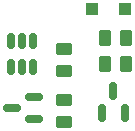
<source format=gtp>
G04 #@! TF.GenerationSoftware,KiCad,Pcbnew,(7.0.0)*
G04 #@! TF.CreationDate,2023-03-25T16:30:21+01:00*
G04 #@! TF.ProjectId,PowerPCB,506f7765-7250-4434-922e-6b696361645f,rev?*
G04 #@! TF.SameCoordinates,Original*
G04 #@! TF.FileFunction,Paste,Top*
G04 #@! TF.FilePolarity,Positive*
%FSLAX46Y46*%
G04 Gerber Fmt 4.6, Leading zero omitted, Abs format (unit mm)*
G04 Created by KiCad (PCBNEW (7.0.0)) date 2023-03-25 16:30:21*
%MOMM*%
%LPD*%
G01*
G04 APERTURE LIST*
G04 Aperture macros list*
%AMRoundRect*
0 Rectangle with rounded corners*
0 $1 Rounding radius*
0 $2 $3 $4 $5 $6 $7 $8 $9 X,Y pos of 4 corners*
0 Add a 4 corners polygon primitive as box body*
4,1,4,$2,$3,$4,$5,$6,$7,$8,$9,$2,$3,0*
0 Add four circle primitives for the rounded corners*
1,1,$1+$1,$2,$3*
1,1,$1+$1,$4,$5*
1,1,$1+$1,$6,$7*
1,1,$1+$1,$8,$9*
0 Add four rect primitives between the rounded corners*
20,1,$1+$1,$2,$3,$4,$5,0*
20,1,$1+$1,$4,$5,$6,$7,0*
20,1,$1+$1,$6,$7,$8,$9,0*
20,1,$1+$1,$8,$9,$2,$3,0*%
G04 Aperture macros list end*
%ADD10RoundRect,0.150000X0.587500X0.150000X-0.587500X0.150000X-0.587500X-0.150000X0.587500X-0.150000X0*%
%ADD11RoundRect,0.250000X-0.300000X-0.300000X0.300000X-0.300000X0.300000X0.300000X-0.300000X0.300000X0*%
%ADD12RoundRect,0.150000X0.150000X-0.512500X0.150000X0.512500X-0.150000X0.512500X-0.150000X-0.512500X0*%
%ADD13RoundRect,0.250000X-0.262500X-0.450000X0.262500X-0.450000X0.262500X0.450000X-0.262500X0.450000X0*%
%ADD14RoundRect,0.150000X0.150000X-0.587500X0.150000X0.587500X-0.150000X0.587500X-0.150000X-0.587500X0*%
%ADD15RoundRect,0.250000X0.450000X-0.262500X0.450000X0.262500X-0.450000X0.262500X-0.450000X-0.262500X0*%
%ADD16RoundRect,0.250000X-0.450000X0.262500X-0.450000X-0.262500X0.450000X-0.262500X0.450000X0.262500X0*%
%ADD17RoundRect,0.250000X0.262500X0.450000X-0.262500X0.450000X-0.262500X-0.450000X0.262500X-0.450000X0*%
G04 APERTURE END LIST*
D10*
X114763000Y-61326000D03*
X114763000Y-59426000D03*
X112888000Y-60376000D03*
D11*
X119682000Y-51994000D03*
X122482000Y-51994000D03*
D12*
X112766000Y-56941500D03*
X113716000Y-56941500D03*
X114666000Y-56941500D03*
X114666000Y-54666500D03*
X113716000Y-54666500D03*
X112766000Y-54666500D03*
D13*
X120752750Y-54449250D03*
X122577750Y-54449250D03*
D14*
X120527250Y-60805500D03*
X122427250Y-60805500D03*
X121477250Y-58930500D03*
D15*
X117272000Y-61542500D03*
X117272000Y-59717500D03*
D16*
X117272000Y-55399500D03*
X117272000Y-57224500D03*
D17*
X122577750Y-56660000D03*
X120752750Y-56660000D03*
M02*

</source>
